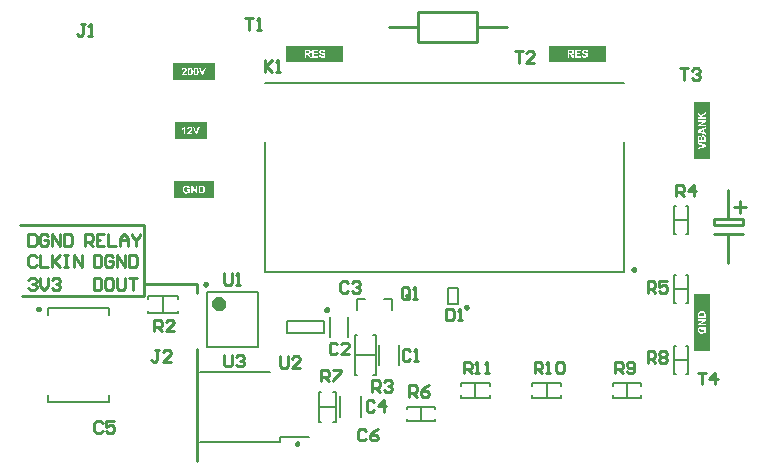
<source format=gto>
%FSTAX23Y23*%
%MOIN*%
%SFA1B1*%

%IPPOS*%
%ADD10C,0.009843*%
%ADD11C,0.010000*%
%ADD12C,0.023622*%
%ADD13C,0.007874*%
%ADD14C,0.005905*%
%ADD15C,0.006693*%
%LNcapbank-1*%
%LPD*%
G36*
X01827Y03122D02*
X01695D01*
Y03177*
X01827*
Y03122*
G37*
G36*
X03482Y03251D02*
X03427D01*
Y03441*
X03482*
Y03251*
G37*
G36*
Y02611D02*
X03427D01*
Y02801*
X03482*
Y02611*
G37*
G36*
X01832Y03515D02*
X01691D01*
Y0357*
X01832*
Y03515*
G37*
G36*
X01805Y03318D02*
X01698D01*
Y03374*
X01805*
Y03318*
G37*
G36*
X03136Y03574D02*
X02946D01*
Y03629*
X03136*
Y03574*
G37*
G36*
X0226D02*
X0207D01*
Y03629*
X0226*
Y03574*
G37*
%LNcapbank-2*%
%LPC*%
G36*
X01737Y03162D02*
X01736D01*
X01735Y03162*
X01734Y03162*
X01733Y03162*
X01733Y03162*
X01732Y03162*
X01732Y03161*
X01732Y03161*
X01731Y03161*
X01731Y03161*
X01731Y03161*
X01731Y03161*
X01731Y03161*
X0173Y03161*
X0173*
X0173Y03161*
X01729Y0316*
X01729Y0316*
X01728Y03159*
X01728Y03159*
X01727Y03159*
X01727Y03158*
X01727Y03158*
X01727Y03158*
X01726Y03157*
X01726Y03157*
X01726Y03157*
X01726Y03156*
X01726Y03156*
X01726Y03156*
X01726Y03156*
X01725Y03156*
X01725Y03155*
X01725Y03154*
X01724Y03153*
X01724Y03152*
X01724Y03152*
X01724Y03151*
X01724Y03151*
X01724Y0315*
Y0315*
X01724Y0315*
Y03149*
X01724Y03148*
X01724Y03147*
X01724Y03145*
X01725Y03145*
X01725Y03144*
X01725Y03144*
X01725Y03144*
X01725Y03143*
X01725Y03143*
X01725Y03143*
X01725Y03143*
X01725Y03143*
Y03142*
X01726Y03141*
X01727Y0314*
X01727Y0314*
X01727Y0314*
X01728Y03139*
X01728Y03139*
X01729Y03139*
X01729Y03138*
X01729Y03138*
X01729Y03138*
X0173Y03138*
X0173Y03138*
X0173Y03138*
X0173Y03138*
X0173Y03137*
X01731Y03137*
X01732Y03137*
X01733Y03137*
X01734Y03136*
X01735Y03136*
X01735Y03136*
X01736Y03136*
X01736*
X01736Y03136*
X01737*
X01738Y03136*
X01739Y03136*
X0174Y03136*
X0174Y03137*
X01741Y03137*
X01741Y03137*
X01742Y03137*
X01742Y03137*
X01742Y03137*
X01743Y03137*
X01743Y03137*
X01743Y03137*
X01743*
X01744Y03138*
X01745Y03138*
X01746Y03139*
X01746Y03139*
X01746Y03139*
X01747Y03139*
X01747Y03139*
X01747Y0314*
X01747Y0314*
X01747Y0314*
X01747Y0314*
X01747Y0314*
X01747*
Y0315*
X01737*
Y03146*
X01742*
Y03143*
X01742Y03142*
X01741Y03142*
X01741Y03142*
X01741Y03141*
X0174Y03141*
X0174Y03141*
X0174Y03141*
X0174Y03141*
X0174*
X01739Y03141*
X01738Y03141*
X01738Y03141*
X01737Y03141*
X01737Y0314*
X01737Y0314*
X01736*
X01736Y0314*
X01735Y03141*
X01735Y03141*
X01734Y03141*
X01734Y03141*
X01733Y03141*
X01733Y03141*
X01733Y03142*
X01732Y03142*
X01732Y03142*
X01732Y03142*
X01731Y03142*
X01731Y03142*
X01731Y03143*
X01731Y03143*
X01731Y03143*
X01731Y03143*
X01731Y03144*
X0173Y03144*
X0173Y03145*
X0173Y03146*
X01729Y03147*
X01729Y03147*
X01729Y03148*
X01729Y03148*
X01729Y03149*
X01729Y03149*
Y03149*
Y03149*
Y03149*
X01729Y0315*
X01729Y03151*
X01729Y03151*
X01729Y03152*
X0173Y03153*
X0173Y03153*
X0173Y03154*
X0173Y03154*
X0173Y03154*
X01731Y03155*
X01731Y03155*
X01731Y03155*
X01731Y03155*
X01731Y03156*
X01731Y03156*
X01731Y03156*
X01731Y03156*
X01732Y03156*
X01732Y03157*
X01733Y03157*
X01733Y03157*
X01734Y03157*
X01735Y03157*
X01735Y03158*
X01735Y03158*
X01736Y03158*
X01736Y03158*
X01736Y03158*
X01736*
X01737Y03158*
X01738Y03158*
X01739Y03157*
X01739Y03157*
X01739Y03157*
X0174Y03157*
X0174Y03157*
X0174Y03157*
X01741Y03156*
X01741Y03156*
X01741Y03155*
X01742Y03155*
X01742Y03154*
X01742Y03154*
X01742Y03154*
X01742Y03154*
X01742Y03154*
Y03154*
X01747Y03155*
X01747Y03155*
X01747Y03156*
X01747Y03157*
X01746Y03157*
X01746Y03157*
X01746Y03158*
X01745Y03158*
X01745Y03159*
X01745Y03159*
X01745Y03159*
X01744Y0316*
X01744Y0316*
X01744Y0316*
X01744Y0316*
X01744Y0316*
X01744Y0316*
X01743Y0316*
X01743Y03161*
X01742Y03161*
X01741Y03161*
X01741Y03161*
X0174Y03162*
X01739Y03162*
X01739Y03162*
X01738Y03162*
X01738Y03162*
X01737Y03162*
X01737Y03162*
G37*
G36*
X01772Y03162D02*
X01768D01*
Y03145*
X01757Y03162*
X01752*
Y03137*
X01757*
Y03153*
X01767Y03137*
X01772*
Y03162*
G37*
G36*
X01788D02*
X01778D01*
Y03137*
X01787*
X01788Y03137*
X01789Y03137*
X0179Y03137*
X0179Y03137*
X01791Y03137*
X01791Y03137*
X01791Y03137*
X01791Y03137*
X01792*
X01792Y03137*
X01792*
X01792Y03137*
X01793Y03138*
X01794Y03138*
X01794Y03138*
X01795Y03139*
X01795Y03139*
X01795Y03139*
X01795Y03139*
X01796Y0314*
X01796Y0314*
X01797Y03141*
X01797Y03142*
X01798Y03143*
X01798Y03143*
X01798Y03143*
X01798Y03143*
X01798Y03143*
X01798Y03143*
Y03144*
X01798Y03144*
X01798Y03145*
X01799Y03146*
X01799Y03147*
X01799Y03147*
X01799Y03148*
Y03148*
X01799Y03148*
Y03149*
X01799Y0315*
X01799Y03151*
X01798Y03152*
X01798Y03152*
X01798Y03153*
X01798Y03153*
X01798Y03154*
X01798Y03154*
X01798Y03154*
X01798Y03154*
X01798Y03155*
X01798Y03155*
X01798Y03155*
Y03155*
X01798Y03156*
X01797Y03156*
X01797Y03157*
X01796Y03158*
X01796Y03158*
X01796Y03159*
X01796Y03159*
X01796Y03159*
X01795Y03159*
X01795Y03159*
X01795Y03159*
X01794Y0316*
X01794Y0316*
X01793Y03161*
X01792Y03161*
X01792Y03161*
X01792Y03161*
X01792Y03161*
X01792Y03161*
X01792Y03161*
X01792*
X01791Y03161*
X01791Y03161*
X0179Y03162*
X01789Y03162*
X01789Y03162*
X01788Y03162*
X01788Y03162*
G37*
%LNcapbank-3*%
%LPD*%
G36*
X01786Y03157D02*
X01787D01*
X01787Y03157*
X01788*
X01788Y03157*
X01788*
X01788Y03157*
X01789Y03157*
X01789Y03157*
X01789Y03157*
X01789*
X0179Y03157*
X0179Y03157*
X0179Y03157*
X01791Y03157*
X01791Y03156*
X01791Y03156*
X01791Y03156*
X01791Y03156*
X01792Y03156*
X01792Y03155*
X01792Y03155*
X01793Y03155*
X01793Y03154*
X01793Y03154*
X01793Y03154*
X01793Y03154*
Y03154*
X01793Y03153*
X01793Y03152*
X01793Y03151*
X01793Y03151*
X01793Y0315*
X01793Y0315*
Y0315*
Y03149*
Y03149*
Y03149*
Y03149*
X01793Y03148*
X01793Y03147*
X01793Y03146*
X01793Y03146*
X01793Y03145*
X01793Y03145*
X01793Y03145*
X01793Y03145*
X01793Y03145*
Y03145*
X01793Y03145*
Y03144*
X01793Y03144*
X01792Y03143*
X01792Y03143*
X01792Y03143*
X01792Y03142*
X01792Y03142*
X01792Y03142*
X01792Y03142*
X01791Y03142*
X01791Y03142*
X01791Y03141*
X0179Y03141*
X0179Y03141*
X0179Y03141*
X0179Y03141*
X0179*
X01789Y03141*
X01789Y03141*
X01788Y03141*
X01788*
X01787Y03141*
X01783*
Y03157*
X01786*
X01786Y03157*
G37*
%LNcapbank-4*%
%LPC*%
G36*
X03467Y03408D02*
X03442D01*
Y03386*
X03467*
Y03395*
Y03391*
X03459*
X03455Y03395*
X03467Y03402*
Y03408*
G37*
G36*
Y0338D02*
X03442D01*
Y0336*
X03467*
Y03365*
X0345*
X03467Y03375*
Y0338*
G37*
G36*
Y03358D02*
X03442D01*
Y03332*
Y03342*
X03467Y03332*
Y03338*
X03461Y0334*
Y0335*
X03467Y03352*
Y03358*
G37*
G36*
Y03331D02*
X03442D01*
Y03309*
X03467*
Y0332*
X03467Y03321*
Y03322*
X03467Y03323*
Y03323*
X03467Y03323*
Y03324*
X03467Y03324*
Y03324*
X03467Y03325*
X03466Y03326*
X03466Y03326*
X03466Y03327*
X03466Y03327*
X03466Y03327*
X03466Y03327*
X03465Y03328*
X03465Y03328*
X03465Y03329*
X03464Y03329*
X03464Y03329*
X03463Y03329*
X03463Y0333*
X03463Y0333*
X03463Y0333*
X03462Y0333*
X03462Y0333*
X03461Y0333*
X03461Y0333*
X0346Y03331*
X0346Y03331*
X03467*
G37*
G36*
Y03307D02*
X03442D01*
Y03301*
X0346Y03295*
X03442Y03289*
Y03283*
X03467Y03292*
Y03298*
X03442Y03307*
X03467*
G37*
%LNcapbank-5*%
%LPD*%
G36*
X03451Y03398D02*
X03442Y03408D01*
Y03408*
X03467*
X03451Y03398*
G37*
G36*
X03453Y03391D02*
X03442D01*
Y03401*
X03453Y03391*
G37*
G36*
X03442Y03365D02*
Y03376D01*
X03459*
X03442Y03365*
G37*
G36*
Y03347D02*
Y03358D01*
X03467*
X03442Y03347*
G37*
G36*
X03457Y03341D02*
X03447Y03345D01*
X03457Y03348*
Y03341*
G37*
G36*
X03459Y03331D02*
X03458Y0333D01*
X03457Y0333*
X03457Y0333*
X03456Y0333*
X03456Y0333*
X03456Y03329*
X03456Y03329*
X03456*
X03455Y03329*
X03455Y03328*
X03454Y03328*
X03454Y03327*
X03454Y03327*
X03454Y03326*
X03453Y03326*
X03453Y03326*
X03453Y03326*
Y03326*
X03453Y03326*
X03453Y03327*
X03452Y03327*
X03452Y03328*
X03452Y03328*
X03451Y03328*
X03451Y03328*
X03451Y03328*
X03451Y03329*
X0345Y03329*
X0345Y03329*
X03449Y03329*
X03449Y03329*
X03448Y03329*
X03448*
X03448*
X03448*
X03448*
X03447Y03329*
X03447Y03329*
X03446Y03329*
X03446Y03329*
X03446Y03329*
X03445Y03329*
X03445Y03329*
X03445Y03329*
X03445Y03328*
X03444Y03328*
X03444Y03328*
X03444Y03327*
X03443Y03327*
X03443Y03327*
X03443Y03327*
X03443Y03327*
X03443Y03326*
X03442Y03326*
X03442Y03325*
X03442Y03325*
X03442Y03325*
X03442Y03324*
X03442Y03324*
Y03324*
X03442Y03324*
X03442Y03323*
X03442Y03323*
X03442Y03322*
X03442Y03321*
X03442Y03321*
Y03331*
X0346*
X03459Y03331*
G37*
G36*
X0346Y03325D02*
X0346Y03325D01*
X03461Y03325*
X03461Y03325*
X03461Y03325*
X03461Y03325*
X03461Y03325*
X03461Y03325*
X03462Y03324*
X03462Y03324*
X03462Y03324*
X03462Y03323*
X03462Y03323*
X03462Y03323*
X03462Y03323*
Y03323*
X03462Y03323*
Y03322*
X03463Y03322*
X03463Y03321*
Y03321*
X03463Y0332*
Y03315*
X03456*
Y0332*
X03456Y0332*
X03456Y03321*
X03456Y03321*
Y03322*
X03456Y03322*
X03456Y03322*
X03456Y03322*
X03456Y03323*
X03456Y03323*
X03456Y03323*
X03456Y03323*
X03456Y03323*
X03456Y03324*
X03457Y03324*
X03457Y03324*
X03457Y03324*
X03457Y03325*
X03457Y03325*
X03457Y03325*
X03457Y03325*
X03458Y03325*
X03458Y03325*
X03458Y03325*
X03459Y03325*
X03459Y03325*
X03459Y03325*
X03459*
X03459*
X0346Y03325*
G37*
G36*
X03449Y03324D02*
X0345Y03324D01*
X0345Y03324*
X0345Y03324*
X0345Y03324*
X03451Y03324*
X03451Y03324*
X03451Y03324*
X03451Y03323*
X03451Y03323*
X03451Y03323*
X03451Y03322*
X03451Y03322*
X03452Y03322*
X03452Y03322*
Y03321*
X03452Y03321*
Y0332*
X03452Y03319*
Y03315*
X03446*
Y0332*
X03446Y0332*
Y03321*
X03446Y03321*
Y03322*
X03446Y03322*
Y03322*
X03446Y03322*
X03446Y03323*
X03446Y03323*
X03446Y03323*
X03447Y03323*
X03447Y03324*
X03447Y03324*
X03447Y03324*
X03447Y03324*
X03447Y03324*
X03448Y03324*
X03448Y03324*
X03448Y03324*
X03448Y03324*
X03449*
X03449*
X03449Y03324*
G37*
%LNcapbank-6*%
%LPC*%
G36*
X03467Y02744D02*
X03454D01*
X03453Y02744*
X03452Y02743*
X03451Y02743*
X03451Y02743*
X03451Y02743*
X0345Y02743*
X0345Y02743*
X03449Y02743*
X03449Y02743*
X03449Y02743*
X03449Y02743*
X03449Y02743*
X03449Y02743*
X03449*
X03448Y02742*
X03447Y02742*
X03446Y02742*
X03446Y02741*
X03445Y02741*
X03445Y02741*
X03445Y0274*
X03445Y0274*
X03444Y0274*
X03444Y0274*
X03444Y0274*
X03443Y02739*
X03443Y02738*
X03443Y02738*
X03442Y02737*
X03442Y02737*
X03442Y02737*
X03442Y02737*
X03442Y02737*
X03442Y02737*
Y02737*
X03442Y02736*
X03442Y02736*
X03442Y02735*
X03442Y02734*
X03442Y02734*
X03442Y02733*
X03442Y02733*
Y02722*
X03467*
Y02732*
X03467Y02733*
X03467Y02734*
X03467Y02735*
X03467Y02735*
X03466Y02736*
X03466Y02736*
X03466Y02736*
X03466Y02736*
Y02736*
X03466Y02736*
Y02737*
X03466Y02737*
X03466Y02738*
X03465Y02739*
X03465Y02739*
X03465Y0274*
X03464Y0274*
X03464Y0274*
X03464Y0274*
X03464Y02741*
X03463Y02741*
X03462Y02742*
X03461Y02742*
X03461Y02742*
X03461Y02743*
X0346Y02743*
X0346Y02743*
X0346Y02743*
X0346Y02743*
X0346*
X03459Y02743*
X03458Y02743*
X03457Y02743*
X03456Y02743*
X03456Y02743*
X03456Y02744*
X03455*
X03455Y02744*
X03467*
G37*
G36*
Y02717D02*
X03442D01*
Y02712*
X03459*
X03442Y02702*
Y02697*
X03467*
Y02717*
G37*
G36*
X03467Y02692D02*
Y02682D01*
X03467Y02683*
X03467Y02684*
X03467Y02685*
X03467Y02685*
X03467Y02686*
X03467Y02686*
X03466Y02687*
X03466Y02687*
X03466Y02687*
X03466Y02687*
X03466Y02688*
X03466Y02688*
Y02688*
X03466Y02689*
X03465Y0269*
X03465Y02691*
X03464Y02691*
X03464Y02691*
X03464Y02691*
X03464Y02692*
X03464Y02692*
X03464Y02692*
X03463Y02692*
X03463Y02692*
X03463Y02692*
Y02692*
X03453*
Y02681*
X03458*
Y02687*
X03461*
X03461Y02687*
X03461Y02686*
X03462Y02686*
X03462Y02685*
X03462Y02685*
X03462Y02685*
X03462Y02685*
X03462Y02684*
Y02684*
X03463Y02684*
X03463Y02683*
X03463Y02683*
X03463Y02682*
X03463Y02682*
X03463Y02682*
Y02681*
X03463Y02681*
X03463Y0268*
X03463Y0268*
X03463Y02679*
X03462Y02679*
X03462Y02678*
X03462Y02678*
X03462Y02677*
X03462Y02677*
X03461Y02677*
X03461Y02677*
X03461Y02676*
X03461Y02676*
X03461Y02676*
X03461Y02676*
X03461Y02676*
X0346Y02676*
X0346Y02675*
X03459Y02675*
X03459Y02675*
X03458Y02675*
X03456Y02674*
X03456Y02674*
X03455Y02674*
X03455Y02674*
X03455Y02674*
X03454Y02674*
X03454*
X03454*
X03454*
X03453Y02674*
X03452Y02674*
X03452Y02674*
X03451Y02674*
X03451Y02675*
X0345Y02675*
X0345Y02675*
X03449Y02675*
X03449Y02675*
X03449Y02675*
X03448Y02676*
X03448Y02676*
X03448Y02676*
X03448Y02676*
X03448Y02676*
X03448Y02676*
X03447Y02676*
X03447Y02677*
X03447Y02677*
X03446Y02678*
X03446Y02678*
X03446Y02679*
X03446Y02679*
X03446Y0268*
X03446Y0268*
X03446Y0268*
X03446Y02681*
X03446Y02681*
Y02681*
X03446Y02682*
X03446Y02683*
X03446Y02683*
X03446Y02684*
X03446Y02684*
X03446Y02685*
X03447Y02685*
X03447Y02685*
X03447Y02685*
X03448Y02686*
X03448Y02686*
X03449Y02687*
X03449Y02687*
X03449Y02687*
X03449Y02687*
X03449Y02687*
X0345Y02687*
X0345*
X03449Y02692*
X03448Y02692*
X03447Y02692*
X03447Y02691*
X03446Y02691*
X03446Y02691*
X03445Y02691*
X03445Y0269*
X03445Y0269*
X03444Y0269*
X03444Y0269*
X03444Y02689*
X03444Y02689*
X03443Y02689*
X03443Y02689*
X03443Y02689*
X03443Y02689*
X03443Y02688*
X03443Y02688*
X03442Y02687*
X03442Y02686*
X03442Y02686*
X03442Y02685*
X03441Y02684*
X03441Y02683*
X03441Y02683*
X03441Y02682*
X03441Y02682*
X03441Y02682*
Y02681*
X03441Y0268*
X03441Y02679*
X03441Y02678*
X03442Y02678*
X03442Y02677*
X03442Y02677*
X03442Y02677*
X03442Y02676*
X03442Y02676*
X03442Y02676*
X03442Y02676*
X03442Y02675*
X03442Y02675*
Y02675*
X03443Y02675*
X03443Y02674*
X03444Y02674*
X03444Y02673*
X03444Y02673*
X03445Y02672*
X03445Y02672*
X03445Y02672*
X03446Y02671*
X03446Y02671*
X03446Y02671*
X03447Y02671*
X03447Y02671*
X03447Y02671*
X03447Y0267*
X03447Y0267*
X03448Y0267*
X03448Y0267*
X0345Y02669*
X03451Y02669*
X03451Y02669*
X03452Y02669*
X03452Y02669*
X03453Y02669*
X03453Y02669*
X03453*
X03454Y02669*
X03441*
X03454*
X03455Y02669*
X03457Y02669*
X03458Y02669*
X03458Y02669*
X03459Y0267*
X03459Y0267*
X0346Y0267*
X0346Y0267*
X0346Y0267*
X03461Y0267*
X03461Y0267*
X03461Y0267*
X03461*
X03462Y02671*
X03463Y02672*
X03463Y02672*
X03464Y02672*
X03464Y02673*
X03464Y02673*
X03465Y02673*
X03465Y02674*
X03465Y02674*
X03465Y02674*
X03465Y02674*
X03466Y02675*
X03466Y02675*
X03466Y02675*
X03466Y02675*
X03466Y02676*
X03467Y02677*
X03467Y02678*
X03467Y02679*
X03467Y0268*
X03467Y0268*
X03467Y02681*
Y02681*
X03467Y02681*
Y02669*
Y02692*
G37*
%LNcapbank-7*%
%LPD*%
G36*
X03455Y02738D02*
X03456Y02738D01*
X03457Y02738*
X03458Y02738*
X03458Y02738*
X03458Y02738*
X03458Y02738*
X03459Y02738*
X03459Y02738*
X03459*
X03459Y02738*
X03459*
X03459Y02738*
X0346Y02737*
X0346Y02737*
X03461Y02737*
X03461Y02737*
X03461Y02737*
X03461Y02737*
X03461Y02736*
X03462Y02736*
X03462Y02736*
X03462Y02735*
X03462Y02735*
X03462Y02735*
X03462Y02735*
X03462Y02734*
Y02734*
X03462Y02734*
X03462Y02734*
X03463Y02733*
Y02733*
X03463Y02732*
Y02728*
X03446*
Y02731*
X03446Y02731*
Y02732*
X03446Y02732*
Y02733*
X03446Y02733*
Y02733*
X03446Y02733*
X03446Y02734*
X03446Y02734*
X03446Y02734*
Y02734*
X03446Y02735*
X03446Y02735*
X03447Y02735*
X03447Y02736*
X03447Y02736*
X03447Y02736*
X03447Y02736*
X03447Y02736*
X03448Y02737*
X03448Y02737*
X03448Y02737*
X03449Y02737*
X03449Y02738*
X03449Y02738*
X0345Y02738*
X0345Y02738*
X0345*
X0345Y02738*
X03451Y02738*
X03452Y02738*
X03453Y02738*
X03453Y02738*
X03453Y02738*
X03454*
X03454*
X03454*
X03454*
X03454*
X03455Y02738*
G37*
G36*
X03467Y02702D02*
X0345D01*
X03467Y02712*
Y02702*
G37*
%LNcapbank-8*%
%LPC*%
G36*
X01802Y03556D02*
X01797D01*
X0179Y03537*
X01784Y03556*
X01778*
X01787Y0353*
X01793*
X01802Y03556*
G37*
G36*
X0173Y03556D02*
X0173D01*
X01729Y03556*
X01728Y03556*
X01727Y03555*
X01727Y03555*
X01726Y03555*
X01726Y03555*
X01726Y03555*
X01725Y03555*
X01725Y03554*
X01725Y03554*
X01724Y03554*
X01724Y03554*
X01724Y03554*
X01724Y03554*
X01724Y03554*
X01724Y03554*
X01723Y03553*
X01723Y03553*
X01723Y03552*
X01722Y03551*
X01722Y0355*
X01722Y0355*
X01722Y0355*
X01721Y03549*
X01721Y03549*
X01721Y03549*
X01721Y03548*
X01721Y03548*
Y03548*
X01726Y03548*
X01726Y03548*
X01726Y03549*
X01726Y0355*
X01727Y0355*
X01727Y0355*
X01727Y03551*
X01727Y03551*
X01727Y03551*
X01727Y03551*
X01728Y03551*
X01728Y03551*
X01729Y03552*
X01729Y03552*
X01729Y03552*
X01729*
X0173Y03552*
X0173Y03552*
X01731Y03551*
X01731Y03551*
X01732Y03551*
X01732Y03551*
X01732Y03551*
X01732Y03551*
X01732Y0355*
X01732Y0355*
X01733Y0355*
X01733Y03549*
X01733Y03549*
X01733Y03549*
Y03548*
Y03548*
Y03548*
X01733Y03548*
X01733Y03547*
X01732Y03547*
X01732Y03546*
X01732Y03546*
X01732Y03546*
X01732Y03545*
X01732Y03545*
Y03545*
X01732Y03545*
X01731Y03545*
X01731Y03545*
X01731Y03544*
X0173Y03544*
X01729Y03543*
X01729Y03542*
X01729Y03542*
X01728Y03542*
X01728Y03542*
X01728Y03541*
X01728Y03541*
X01728Y03541*
X01727Y03541*
X01726Y0354*
X01726Y03539*
X01725Y03539*
X01725Y03538*
X01724Y03538*
X01724Y03537*
X01724Y03537*
X01723Y03536*
X01723Y03536*
X01723Y03536*
X01723Y03536*
X01722Y03535*
X01722Y03535*
X01722Y03535*
X01722Y03535*
X01722Y03534*
X01721Y03533*
X01721Y03533*
X01721Y03532*
X01721Y03531*
X01721Y03531*
X01721Y03531*
X01721Y03531*
X01721Y03531*
Y0353*
X01738*
Y03535*
X01728*
X01728Y03535*
X01729Y03536*
X01729Y03536*
X01729Y03536*
X01729Y03536*
X01729Y03536*
X01729Y03536*
X01729Y03537*
X0173Y03537*
X0173Y03537*
X01731Y03538*
X01731Y03538*
X01732Y03539*
X01732Y03539*
X01732Y03539*
X01732Y03539*
X01732Y03539*
X01733Y0354*
X01733Y0354*
X01734Y03541*
X01734Y03541*
X01735Y03542*
X01735Y03542*
X01735Y03542*
X01735Y03542*
X01736Y03543*
X01736Y03543*
X01736Y03544*
X01737Y03544*
X01737Y03545*
X01737Y03545*
X01737Y03545*
X01737Y03545*
X01737Y03546*
X01737Y03547*
X01737Y03547*
X01738Y03548*
X01738Y03548*
X01738Y03548*
Y03549*
X01738Y03549*
X01738Y0355*
X01737Y0355*
X01737Y03551*
X01737Y03552*
X01737Y03552*
X01736Y03553*
X01736Y03553*
X01736Y03553*
X01736Y03553*
X01736Y03553*
X01736Y03554*
X01736Y03554*
X01735Y03554*
X01735Y03554*
X01735Y03554*
X01734Y03555*
X01734Y03555*
X01733Y03555*
X01733Y03555*
X01732Y03555*
X01731Y03555*
X01731Y03556*
X01731Y03556*
X0173Y03556*
X0173Y03556*
G37*
G36*
X01769D02*
X01769D01*
X01768Y03556*
X01767Y03556*
X01767Y03555*
X01766Y03555*
X01766Y03555*
X01765Y03555*
X01765Y03555*
X01764Y03554*
X01764Y03554*
X01764Y03554*
X01763Y03554*
X01763Y03553*
X01763Y03553*
X01763Y03553*
X01763Y03553*
X01763Y03553*
X01762Y03552*
X01762Y03552*
X01762Y03551*
X01761Y0355*
X01761Y03549*
X01761Y03548*
X01761Y03548*
X01761Y03547*
X01761Y03546*
X01761Y03545*
X0176Y03545*
X0176Y03544*
X0176Y03543*
Y03543*
X0176Y03542*
X01761Y0354*
X01761Y03539*
X01761Y03538*
X01761Y03537*
X01761Y03536*
X01761Y03536*
X01762Y03535*
X01762Y03535*
X01762Y03534*
X01762Y03534*
X01762Y03533*
X01762Y03533*
X01763Y03533*
X01763Y03533*
X01763Y03533*
X01763Y03532*
X01764Y03532*
X01764Y03531*
X01765Y03531*
X01765Y03531*
X01766Y03531*
X01766Y0353*
X01766Y0353*
X01767Y0353*
X01767Y0353*
X01768Y0353*
X01768Y0353*
X01768*
X01768Y0353*
X01769*
X01769Y0353*
X0177Y0353*
X0177Y0353*
X01771Y0353*
X01772Y03531*
X01772Y03531*
X01772Y03531*
X01773Y03531*
X01773Y03531*
X01773Y03532*
X01774Y03532*
X01774Y03532*
X01774Y03532*
X01774Y03532*
X01774Y03532*
X01774Y03533*
X01775Y03533*
X01775Y03534*
X01775Y03535*
X01776Y03535*
X01776Y03536*
X01776Y03537*
X01776Y03538*
X01776Y03539*
X01777Y0354*
X01777Y0354*
X01777Y03541*
X01777Y03542*
X01777Y03542*
Y03543*
X01777Y03544*
X01777Y03545*
X01777Y03546*
X01776Y03547*
X01776Y03548*
X01776Y03549*
X01776Y0355*
X01776Y03551*
X01775Y03551*
X01775Y03552*
X01775Y03552*
X01775Y03552*
X01775Y03553*
X01774Y03553*
X01774Y03553*
X01774Y03553*
X01774Y03553*
X01773Y03554*
X01773Y03554*
X01773Y03555*
X01772Y03555*
X01772Y03555*
X01771Y03555*
X01771Y03555*
X0177Y03555*
X0177Y03556*
X01769Y03556*
X01769Y03556*
X01769Y03556*
G37*
G36*
X01749D02*
X01749D01*
X01748Y03556*
X01748Y03556*
X01747Y03555*
X01747Y03555*
X01746Y03555*
X01746Y03555*
X01745Y03555*
X01745Y03554*
X01744Y03554*
X01744Y03554*
X01744Y03554*
X01744Y03553*
X01744Y03553*
X01743Y03553*
X01743Y03553*
X01743Y03553*
X01743Y03552*
X01742Y03552*
X01742Y03551*
X01742Y0355*
X01742Y03549*
X01741Y03548*
X01741Y03548*
X01741Y03547*
X01741Y03546*
X01741Y03545*
X01741Y03545*
X01741Y03544*
X01741Y03543*
Y03543*
X01741Y03542*
X01741Y0354*
X01741Y03539*
X01741Y03538*
X01741Y03537*
X01742Y03536*
X01742Y03536*
X01742Y03535*
X01742Y03535*
X01742Y03534*
X01743Y03534*
X01743Y03533*
X01743Y03533*
X01743Y03533*
X01743Y03533*
X01743Y03533*
X01744Y03532*
X01744Y03532*
X01744Y03531*
X01745Y03531*
X01745Y03531*
X01746Y03531*
X01746Y0353*
X01747Y0353*
X01747Y0353*
X01748Y0353*
X01748Y0353*
X01748Y0353*
X01749*
X01749Y0353*
X01749*
X0175Y0353*
X0175Y0353*
X01751Y0353*
X01751Y0353*
X01752Y03531*
X01752Y03531*
X01753Y03531*
X01753Y03531*
X01754Y03531*
X01754Y03532*
X01754Y03532*
X01754Y03532*
X01755Y03532*
X01755Y03532*
X01755Y03532*
X01755Y03533*
X01755Y03533*
X01756Y03534*
X01756Y03535*
X01756Y03535*
X01756Y03536*
X01757Y03537*
X01757Y03538*
X01757Y03539*
X01757Y0354*
X01757Y0354*
X01757Y03541*
X01757Y03542*
X01757Y03542*
Y03543*
X01757Y03544*
X01757Y03545*
X01757Y03546*
X01757Y03547*
X01757Y03548*
X01756Y03549*
X01756Y0355*
X01756Y03551*
X01756Y03551*
X01756Y03552*
X01755Y03552*
X01755Y03552*
X01755Y03553*
X01755Y03553*
X01755Y03553*
X01755Y03553*
X01754Y03553*
X01754Y03554*
X01753Y03554*
X01753Y03555*
X01753Y03555*
X01752Y03555*
X01752Y03555*
X01751Y03555*
X01751Y03555*
X0175Y03556*
X0175Y03556*
X0175Y03556*
X01749Y03556*
G37*
%LNcapbank-9*%
%LPD*%
G36*
X01769Y03552D02*
X01769Y03552D01*
X01769Y03551*
X0177Y03551*
X0177Y03551*
X0177Y03551*
X0177Y03551*
X0177Y03551*
X0177Y03551*
X01771Y03551*
X01771Y0355*
X01771Y0355*
X01771Y03549*
X01771Y03549*
X01771Y03549*
X01771Y03549*
Y03549*
X01771Y03549*
X01771Y03548*
X01771Y03548*
X01771Y03547*
X01772Y03546*
X01772Y03545*
X01772Y03545*
Y03544*
X01772Y03544*
Y03543*
Y03543*
Y03543*
Y03543*
Y03543*
Y03542*
X01772Y03541*
Y03541*
X01772Y0354*
X01772Y03539*
X01771Y03539*
X01771Y03538*
X01771Y03538*
X01771Y03538*
X01771Y03537*
X01771Y03537*
X01771Y03537*
X01771Y03537*
Y03537*
X01771Y03537*
Y03536*
X01771Y03536*
X01771Y03536*
X01771Y03535*
X0177Y03535*
X0177Y03535*
X0177Y03535*
X0177Y03535*
X0177Y03534*
X0177Y03534*
X0177Y03534*
X01769Y03534*
X01769Y03534*
X01769Y03534*
X01769Y03534*
X01769*
X01768Y03534*
X01768Y03534*
X01768Y03534*
X01767Y03534*
X01767Y03534*
X01767Y03534*
X01767Y03534*
X01767Y03534*
X01767Y03535*
X01767Y03535*
X01766Y03535*
X01766Y03536*
X01766Y03536*
X01766Y03536*
X01766Y03537*
X01766Y03537*
Y03537*
X01766Y03537*
X01766Y03537*
X01766Y03538*
X01766Y03538*
X01766Y03539*
X01766Y0354*
X01766Y03541*
Y03541*
X01765Y03542*
Y03542*
Y03542*
Y03543*
Y03543*
Y03543*
Y03544*
X01766Y03544*
Y03545*
X01766Y03546*
X01766Y03546*
X01766Y03547*
X01766Y03547*
X01766Y03548*
X01766Y03548*
X01766Y03548*
X01766Y03549*
X01766Y03549*
X01766Y03549*
Y03549*
X01766Y03549*
Y03549*
X01766Y0355*
X01766Y0355*
X01766Y0355*
X01767Y03551*
X01767Y03551*
X01767Y03551*
X01767Y03551*
X01767Y03551*
X01767Y03551*
X01768Y03551*
X01768Y03552*
X01768Y03552*
X01768Y03552*
X01768Y03552*
X01769*
X01769Y03552*
G37*
G36*
X01749D02*
X0175Y03552D01*
X0175Y03551*
X0175Y03551*
X0175Y03551*
X0175Y03551*
X01751Y03551*
X01751Y03551*
X01751Y03551*
X01751Y03551*
X01751Y0355*
X01751Y0355*
X01751Y03549*
X01752Y03549*
X01752Y03549*
X01752Y03549*
Y03549*
X01752Y03549*
X01752Y03548*
X01752Y03548*
X01752Y03547*
X01752Y03546*
X01752Y03545*
X01752Y03545*
Y03544*
X01752Y03544*
Y03543*
Y03543*
Y03543*
Y03543*
Y03543*
Y03542*
X01752Y03541*
Y03541*
X01752Y0354*
X01752Y03539*
X01752Y03539*
X01752Y03538*
X01752Y03538*
X01752Y03538*
X01752Y03537*
X01752Y03537*
X01752Y03537*
X01752Y03537*
Y03537*
X01752Y03537*
Y03536*
X01751Y03536*
X01751Y03536*
X01751Y03535*
X01751Y03535*
X01751Y03535*
X01751Y03535*
X01751Y03535*
X01751Y03534*
X0175Y03534*
X0175Y03534*
X0175Y03534*
X0175Y03534*
X01749Y03534*
X01749Y03534*
X01749*
X01749Y03534*
X01748Y03534*
X01748Y03534*
X01748Y03534*
X01748Y03534*
X01748Y03534*
X01748Y03534*
X01747Y03534*
X01747Y03535*
X01747Y03535*
X01747Y03535*
X01747Y03536*
X01747Y03536*
X01746Y03536*
X01746Y03537*
X01746Y03537*
Y03537*
X01746Y03537*
X01746Y03537*
X01746Y03538*
X01746Y03538*
X01746Y03539*
X01746Y0354*
X01746Y03541*
Y03541*
X01746Y03542*
Y03542*
Y03542*
Y03543*
Y03543*
Y03543*
Y03544*
X01746Y03544*
Y03545*
X01746Y03546*
X01746Y03546*
X01746Y03547*
X01746Y03547*
X01746Y03548*
X01746Y03548*
X01746Y03548*
X01746Y03549*
X01746Y03549*
X01746Y03549*
Y03549*
X01746Y03549*
Y03549*
X01747Y0355*
X01747Y0355*
X01747Y0355*
X01747Y03551*
X01747Y03551*
X01747Y03551*
X01747Y03551*
X01747Y03551*
X01748Y03551*
X01748Y03551*
X01748Y03552*
X01749Y03552*
X01749Y03552*
X01749Y03552*
X01749*
X01749Y03552*
G37*
%LNcapbank-10*%
%LPC*%
G36*
X01781Y03359D02*
X01776D01*
X0177Y0334*
X01763Y03359*
X01758*
X01767Y03333*
X01772*
X01781Y03359*
G37*
G36*
X01749Y03359D02*
X01748D01*
X01748Y03359*
X01747Y03359*
X01746Y03358*
X01745Y03358*
X01745Y03358*
X01744Y03358*
X01744Y03358*
X01744Y03358*
X01743Y03357*
X01743Y03357*
X01743Y03357*
X01743Y03357*
X01743Y03357*
X01743Y03357*
X01742Y03357*
X01742Y03356*
X01742Y03356*
X01741Y03356*
X01741Y03355*
X01741Y03354*
X0174Y03353*
X0174Y03353*
X0174Y03352*
X0174Y03352*
X0174Y03352*
X0174Y03352*
X0174Y03351*
X0174Y03351*
Y03351*
X01745Y03351*
X01745Y03351*
X01745Y03352*
X01745Y03353*
X01745Y03353*
X01745Y03353*
X01745Y03354*
X01746Y03354*
X01746Y03354*
X01746Y03354*
X01746Y03354*
X01747Y03354*
X01747Y03354*
X01747Y03355*
X01748Y03355*
X01748*
X01749Y03355*
X01749Y03354*
X01749Y03354*
X0175Y03354*
X0175Y03354*
X0175Y03354*
X0175Y03354*
X0175Y03354*
X01751Y03353*
X01751Y03353*
X01751Y03353*
X01751Y03352*
X01751Y03352*
X01751Y03352*
Y03351*
Y03351*
Y03351*
X01751Y03351*
X01751Y0335*
X01751Y0335*
X01751Y03349*
X01751Y03349*
X0175Y03349*
X0175Y03348*
X0175Y03348*
Y03348*
X0175Y03348*
X0175Y03348*
X0175Y03348*
X01749Y03347*
X01749Y03346*
X01748Y03346*
X01747Y03345*
X01747Y03345*
X01747Y03345*
X01747Y03344*
X01746Y03344*
X01746Y03344*
X01746Y03344*
X01746Y03343*
X01745Y03343*
X01744Y03342*
X01744Y03342*
X01743Y03341*
X01743Y03341*
X01742Y0334*
X01742Y0334*
X01742Y03339*
X01742Y03339*
X01741Y03339*
X01741Y03339*
X01741Y03338*
X01741Y03338*
X01741Y03338*
X01741Y03338*
X0174Y03337*
X0174Y03336*
X0174Y03336*
X0174Y03335*
X01739Y03334*
X01739Y03334*
X01739Y03334*
X01739Y03334*
X01739Y03333*
Y03333*
X01756*
Y03338*
X01747*
X01747Y03338*
X01747Y03339*
X01747Y03339*
X01747Y03339*
X01747Y03339*
X01748Y03339*
X01748Y03339*
X01748Y03339*
X01748Y0334*
X01749Y0334*
X01749Y03341*
X0175Y03341*
X0175Y03342*
X0175Y03342*
X0175Y03342*
X0175Y03342*
X0175Y03342*
X01751Y03343*
X01752Y03343*
X01752Y03344*
X01753Y03344*
X01753Y03345*
X01753Y03345*
X01754Y03345*
X01754Y03345*
X01754Y03346*
X01754Y03346*
X01755Y03347*
X01755Y03347*
X01755Y03348*
X01755Y03348*
X01755Y03348*
X01756Y03348*
X01756Y03349*
X01756Y0335*
X01756Y0335*
X01756Y03351*
X01756Y03351*
X01756Y03351*
Y03352*
X01756Y03352*
X01756Y03353*
X01756Y03353*
X01756Y03354*
X01755Y03354*
X01755Y03355*
X01755Y03356*
X01755Y03356*
X01755Y03356*
X01754Y03356*
X01754Y03356*
X01754Y03356*
X01754Y03357*
X01754Y03357*
X01754Y03357*
X01753Y03357*
X01753Y03358*
X01752Y03358*
X01752Y03358*
X01751Y03358*
X0175Y03358*
X0175Y03358*
X01749Y03358*
X01749Y03359*
X01749Y03359*
X01749Y03359*
G37*
G36*
X01733D02*
X01729D01*
X01728Y03358*
X01728Y03357*
X01727Y03356*
X01727Y03356*
X01726Y03355*
X01726Y03355*
X01726Y03355*
X01726Y03355*
X01726Y03355*
X01726Y03355*
X01725Y03354*
X01724Y03353*
X01723Y03353*
X01723Y03353*
X01722Y03352*
X01722Y03352*
X01722Y03352*
X01722Y03352*
X01722Y03352*
X01722*
Y03348*
X01723Y03348*
X01724Y03349*
X01725Y03349*
X01725Y03349*
X01726Y0335*
X01726Y0335*
X01726Y0335*
X01727Y03351*
X01727Y03351*
X01727Y03351*
X01728Y03351*
X01728Y03351*
X01728Y03351*
X01728Y03351*
Y03333*
X01733*
Y03359*
G37*
G36*
X03075Y03615D02*
D01*
Y03597*
X03075Y03597*
X03075Y03598*
X03075Y03599*
X03074Y036*
X03074Y036*
X03074Y036*
X03074Y036*
X03074Y03601*
X03074Y03601*
Y03601*
X03073Y03601*
X03073Y03602*
X03072Y03602*
X03072Y03602*
X03072Y03603*
X03071Y03603*
X03071Y03603*
X03071Y03603*
X03071*
X03071Y03603*
X0307Y03603*
X03069Y03604*
X03069Y03604*
X03068Y03604*
X03067Y03605*
X03067Y03605*
X03066Y03605*
X03066Y03605*
X03066Y03605*
X03066Y03605*
X03066Y03605*
X03066*
X03065Y03605*
X03064Y03605*
X03064Y03605*
X03063Y03606*
X03063Y03606*
X03062Y03606*
X03062Y03606*
X03062Y03606*
X03062Y03606*
X03061Y03606*
X03061Y03606*
X03061Y03606*
X03061Y03607*
X03061Y03607*
X03061Y03607*
X0306Y03607*
X0306Y03607*
X0306Y03608*
X0306Y03608*
X0306Y03608*
Y03608*
Y03608*
X0306Y03609*
X0306Y03609*
X0306Y03609*
X03061Y03609*
X03061Y0361*
X03061Y0361*
X03061Y0361*
X03061Y0361*
X03061Y0361*
X03062Y0361*
X03063Y0361*
X03063Y03611*
X03064Y03611*
X03064Y03611*
X03064*
X03065Y03611*
X03066Y03611*
X03066Y0361*
X03067Y0361*
X03067Y0361*
X03067Y0361*
X03068Y0361*
X03068Y0361*
X03068Y03609*
X03068Y03609*
X03069Y03609*
X03069Y03608*
X03069Y03608*
X03069Y03607*
X03069Y03607*
X03069Y03607*
Y03607*
Y03607*
X03074Y03607*
X03074Y03608*
X03074Y03608*
X03074Y03609*
X03074Y0361*
X03073Y0361*
X03073Y0361*
X03073Y03611*
X03073Y03611*
X03073Y03612*
X03072Y03612*
X03072Y03612*
X03072Y03612*
X03072Y03613*
X03072Y03613*
X03072Y03613*
X03072Y03613*
X03071Y03613*
X03071Y03613*
X0307Y03614*
X03069Y03614*
X03069Y03614*
X03068Y03614*
X03067Y03615*
X03067Y03615*
X03066Y03615*
X03066Y03615*
X03065Y03615*
X03065Y03615*
X03075*
X03054*
X03064*
X03063Y03615*
X03062Y03615*
X03062Y03615*
X03061Y03614*
X03061Y03614*
X0306Y03614*
X0306Y03614*
X0306Y03614*
X0306Y03614*
X0306Y03614*
X0306Y03614*
X03059*
X03059Y03614*
X03058Y03613*
X03058Y03613*
X03057Y03612*
X03057Y03612*
X03057Y03612*
X03056Y03612*
X03056Y03611*
Y03611*
X03056Y03611*
X03056Y0361*
X03056Y0361*
X03055Y03609*
X03055Y03609*
X03055Y03608*
X03055Y03608*
Y03608*
Y03608*
Y03608*
X03055Y03607*
X03055Y03607*
X03056Y03606*
X03056Y03606*
X03056Y03605*
X03056Y03604*
X03057Y03604*
X03057Y03604*
X03057Y03603*
X03057Y03603*
X03057Y03603*
X03057Y03603*
X03058Y03603*
X03058Y03603*
X03058Y03602*
X03058Y03602*
X03059Y03602*
X03059Y03602*
X0306Y03601*
X03061Y03601*
X03062Y03601*
X03062Y03601*
X03062Y03601*
X03063Y036*
X03063Y036*
X03063Y036*
X03063Y036*
X03063*
X03064Y036*
X03064Y036*
X03065Y036*
X03065Y036*
X03066Y036*
X03066Y036*
X03066Y03599*
X03067Y03599*
X03067Y03599*
X03067Y03599*
X03067Y03599*
X03067Y03599*
X03067*
X03068Y03599*
X03068Y03599*
X03069Y03599*
X03069Y03598*
X03069Y03598*
X03069Y03598*
X03069Y03598*
X03069Y03598*
X03069Y03598*
X0307Y03598*
X0307Y03597*
X0307Y03597*
X0307Y03597*
X0307Y03597*
Y03597*
Y03597*
X0307Y03596*
X0307Y03596*
X03069Y03595*
X03069Y03595*
X03069Y03595*
X03069Y03594*
X03069Y03594*
X03068Y03594*
X03068Y03594*
X03067Y03594*
X03067Y03593*
X03066Y03593*
X03066Y03593*
X03065Y03593*
X03065Y03593*
X03065*
X03064Y03593*
X03063Y03593*
X03063Y03593*
X03062Y03594*
X03062Y03594*
X03061Y03594*
X03061Y03594*
X03061Y03594*
X03061Y03595*
X0306Y03595*
X0306Y03596*
X0306Y03597*
X0306Y03597*
X03059Y03597*
X03059Y03598*
X03059Y03598*
Y03598*
X03059Y03598*
Y03598*
X03054Y03597*
X03054Y03597*
X03055Y03596*
X03055Y03595*
X03055Y03595*
X03055Y03594*
X03056Y03594*
X03056Y03593*
X03056Y03593*
X03056Y03592*
X03057Y03592*
X03057Y03592*
X03057Y03591*
X03057Y03591*
X03057Y03591*
X03057Y03591*
X03057Y03591*
X03058Y03591*
X03058Y0359*
X03059Y0359*
X0306Y0359*
X0306Y0359*
X03061Y03589*
X03062Y03589*
X03063Y03589*
X03063Y03589*
X03064Y03589*
X03064Y03589*
X03064Y03589*
X03065*
X03066Y03589*
X03067Y03589*
X03067Y03589*
X03068Y03589*
X03068Y03589*
X03069Y03589*
X03069Y03589*
X03069Y03589*
X0307Y0359*
X0307Y0359*
X0307Y0359*
X0307Y0359*
X0307Y0359*
X0307*
X03071Y0359*
X03072Y03591*
X03072Y03591*
X03073Y03591*
X03073Y03592*
X03073Y03592*
X03073Y03592*
X03074Y03592*
X03074Y03592*
Y03593*
X03074Y03593*
X03074Y03594*
X03075Y03595*
X03075Y03595*
X03075Y03596*
X03075Y03596*
Y03596*
X03075Y03596*
Y03589*
Y03615*
G37*
G36*
X03051Y03615D02*
D01*
Y03594*
X03037*
Y036*
X0305*
Y03605*
X03037*
Y0361*
X03051*
Y03615*
X03051*
X03032*
Y03589*
X03051*
Y03615*
G37*
G36*
X03029D02*
D01*
Y03589*
X03026Y03594*
X03026Y03595*
X03026Y03595*
X03025Y03596*
X03025Y03596*
X03025Y03596*
X03025Y03597*
X03024Y03597*
X03024Y03597*
X03024Y03598*
X03024Y03598*
X03024Y03598*
X03023Y03598*
X03023Y03599*
X03023Y03599*
X03022Y03599*
X03022Y036*
X03021Y036*
X03021Y036*
X03021Y036*
X03021Y036*
X03021*
X03021Y03601*
X03022Y03601*
X03023Y03601*
X03023Y03601*
X03023Y03601*
X03024Y03601*
X03024Y03602*
X03025Y03602*
X03025Y03602*
X03025Y03602*
X03025Y03602*
X03025Y03602*
X03026Y03603*
X03026Y03603*
X03026Y03603*
X03026Y03603*
X03026Y03603*
X03026Y03603*
X03027Y03604*
X03027Y03605*
X03027Y03606*
X03027Y03606*
X03027Y03607*
Y03607*
X03027Y03607*
Y03607*
Y03607*
Y03607*
X03027Y03608*
X03027Y03609*
X03027Y0361*
X03027Y0361*
X03027Y03611*
X03027Y03611*
X03026Y03611*
X03026Y03611*
X03026Y03611*
Y03611*
X03026Y03612*
X03025Y03612*
X03025Y03613*
X03024Y03613*
X03024Y03613*
X03024Y03614*
X03024Y03614*
X03023Y03614*
X03023Y03614*
X03023*
X03023Y03614*
X03023Y03614*
X03022Y03614*
X03021Y03614*
X0302Y03614*
X03019*
X03019Y03614*
X03019*
X03018Y03615*
X03007*
Y03589*
X03029*
Y03615*
G37*
%LNcapbank-11*%
%LPD*%
G36*
X03018Y0361D02*
X03019D01*
X03019Y0361*
X03019*
X0302Y0361*
X0302*
X0302Y0361*
X0302Y0361*
X03021Y0361*
X03021Y0361*
X03021Y03609*
X03021Y03609*
X03021Y03609*
X03022Y03609*
X03022Y03609*
X03022Y03608*
X03022Y03608*
X03022Y03608*
X03022Y03608*
X03022Y03607*
Y03607*
Y03607*
X03022Y03607*
X03022Y03606*
X03022Y03606*
X03022Y03606*
X03022Y03606*
X03022Y03605*
X03022Y03605*
X03022Y03605*
X03021Y03605*
X03021Y03605*
X03021Y03605*
X03021Y03604*
X03021Y03604*
X0302Y03604*
X0302Y03604*
X0302*
X0302Y03604*
X0302Y03604*
X03019Y03604*
X03019Y03604*
X03018Y03604*
X03018Y03604*
X03017Y03604*
X03012*
Y0361*
X03018*
X03018Y0361*
G37*
G36*
X03014Y036D02*
X03015Y036D01*
X03015Y036*
X03015Y036*
X03015Y036*
X03015Y036*
X03016*
X03016Y03599*
X03016Y03599*
X03016Y03599*
X03017Y03599*
X03017Y03599*
X03017Y03599*
X03017Y03598*
X03017Y03598*
X03017Y03598*
X03017Y03598*
X03018Y03598*
X03018Y03598*
X03018Y03597*
X03019Y03596*
X03019Y03596*
X03019Y03595*
X03019Y03595*
X0302Y03595*
X0302Y03595*
X0302Y03595*
X0302Y03595*
X03023Y03589*
X03012*
Y036*
X03014*
X03014Y036*
G37*
%LNcapbank-12*%
%LPC*%
G36*
X02199Y03615D02*
D01*
Y03597*
X02199Y03597*
X02199Y03598*
X02199Y03599*
X02198Y036*
X02198Y036*
X02198Y036*
X02198Y036*
X02198Y03601*
X02198Y03601*
Y03601*
X02197Y03601*
X02197Y03602*
X02196Y03602*
X02196Y03602*
X02196Y03603*
X02195Y03603*
X02195Y03603*
X02195Y03603*
X02195*
X02195Y03603*
X02194Y03603*
X02193Y03604*
X02193Y03604*
X02192Y03604*
X02191Y03605*
X02191Y03605*
X0219Y03605*
X0219Y03605*
X0219Y03605*
X0219Y03605*
X0219Y03605*
X0219*
X02189Y03605*
X02188Y03605*
X02188Y03605*
X02187Y03606*
X02187Y03606*
X02186Y03606*
X02186Y03606*
X02186Y03606*
X02186Y03606*
X02185Y03606*
X02185Y03606*
X02185Y03606*
X02185Y03607*
X02185Y03607*
X02185Y03607*
X02184Y03607*
X02184Y03607*
X02184Y03608*
X02184Y03608*
X02184Y03608*
Y03608*
Y03608*
X02184Y03609*
X02184Y03609*
X02184Y03609*
X02185Y03609*
X02185Y0361*
X02185Y0361*
X02185Y0361*
X02185Y0361*
X02185Y0361*
X02186Y0361*
X02187Y0361*
X02187Y03611*
X02188Y03611*
X02188Y03611*
X02188*
X02189Y03611*
X0219Y03611*
X0219Y0361*
X02191Y0361*
X02191Y0361*
X02191Y0361*
X02192Y0361*
X02192Y0361*
X02192Y03609*
X02192Y03609*
X02193Y03609*
X02193Y03608*
X02193Y03608*
X02193Y03607*
X02193Y03607*
X02193Y03607*
Y03607*
Y03607*
X02198Y03607*
X02198Y03608*
X02198Y03608*
X02198Y03609*
X02198Y0361*
X02197Y0361*
X02197Y0361*
X02197Y03611*
X02197Y03611*
X02197Y03612*
X02196Y03612*
X02196Y03612*
X02196Y03612*
X02196Y03613*
X02196Y03613*
X02196Y03613*
X02196Y03613*
X02195Y03613*
X02195Y03613*
X02194Y03614*
X02193Y03614*
X02193Y03614*
X02192Y03614*
X02191Y03615*
X02191Y03615*
X0219Y03615*
X0219Y03615*
X02189Y03615*
X02189Y03615*
X02199*
X02178*
X02188*
X02187Y03615*
X02186Y03615*
X02186Y03615*
X02185Y03614*
X02185Y03614*
X02184Y03614*
X02184Y03614*
X02184Y03614*
X02184Y03614*
X02184Y03614*
X02184Y03614*
X02184*
X02183Y03614*
X02182Y03613*
X02182Y03613*
X02181Y03612*
X02181Y03612*
X02181Y03612*
X0218Y03612*
X0218Y03611*
Y03611*
X0218Y03611*
X0218Y0361*
X0218Y0361*
X02179Y03609*
X02179Y03609*
X02179Y03608*
X02179Y03608*
Y03608*
Y03608*
Y03608*
X02179Y03607*
X02179Y03607*
X0218Y03606*
X0218Y03606*
X0218Y03605*
X0218Y03604*
X02181Y03604*
X02181Y03604*
X02181Y03603*
X02181Y03603*
X02181Y03603*
X02182Y03603*
X02182Y03603*
X02182Y03603*
X02182Y03602*
X02182Y03602*
X02183Y03602*
X02183Y03602*
X02184Y03601*
X02185Y03601*
X02186Y03601*
X02186Y03601*
X02186Y03601*
X02187Y036*
X02187Y036*
X02187Y036*
X02187Y036*
X02187*
X02188Y036*
X02188Y036*
X02189Y036*
X02189Y036*
X0219Y036*
X0219Y036*
X0219Y03599*
X02191Y03599*
X02191Y03599*
X02191Y03599*
X02191Y03599*
X02191Y03599*
X02191*
X02192Y03599*
X02192Y03599*
X02193Y03599*
X02193Y03598*
X02193Y03598*
X02193Y03598*
X02193Y03598*
X02193Y03598*
X02193Y03598*
X02194Y03598*
X02194Y03597*
X02194Y03597*
X02194Y03597*
X02194Y03597*
Y03597*
Y03597*
X02194Y03596*
X02194Y03596*
X02193Y03595*
X02193Y03595*
X02193Y03595*
X02193Y03594*
X02193Y03594*
X02192Y03594*
X02192Y03594*
X02191Y03594*
X02191Y03593*
X0219Y03593*
X0219Y03593*
X02189Y03593*
X02189Y03593*
X02189*
X02188Y03593*
X02187Y03593*
X02187Y03593*
X02186Y03594*
X02186Y03594*
X02185Y03594*
X02185Y03594*
X02185Y03594*
X02185Y03595*
X02184Y03595*
X02184Y03596*
X02184Y03597*
X02184Y03597*
X02183Y03597*
X02183Y03598*
X02183Y03598*
Y03598*
X02183Y03598*
Y03598*
X02178Y03597*
X02178Y03597*
X02179Y03596*
X02179Y03595*
X02179Y03595*
X02179Y03594*
X0218Y03594*
X0218Y03593*
X0218Y03593*
X0218Y03592*
X02181Y03592*
X02181Y03592*
X02181Y03591*
X02181Y03591*
X02181Y03591*
X02181Y03591*
X02181Y03591*
X02182Y03591*
X02182Y0359*
X02183Y0359*
X02184Y0359*
X02184Y0359*
X02185Y03589*
X02186Y03589*
X02187Y03589*
X02187Y03589*
X02188Y03589*
X02188Y03589*
X02188Y03589*
X02189*
X0219Y03589*
X02191Y03589*
X02191Y03589*
X02192Y03589*
X02192Y03589*
X02193Y03589*
X02193Y03589*
X02193Y03589*
X02194Y0359*
X02194Y0359*
X02194Y0359*
X02194Y0359*
X02194Y0359*
X02194*
X02195Y0359*
X02196Y03591*
X02196Y03591*
X02197Y03591*
X02197Y03592*
X02197Y03592*
X02197Y03592*
X02198Y03592*
X02198Y03592*
Y03593*
X02198Y03593*
X02198Y03594*
X02199Y03595*
X02199Y03595*
X02199Y03596*
X02199Y03596*
Y03596*
X02199Y03596*
Y03589*
Y03615*
G37*
G36*
X02175Y03615D02*
D01*
Y03594*
X02161*
Y036*
X02174*
Y03605*
X02161*
Y0361*
X02175*
Y03615*
X02175*
X02156*
Y03589*
X02175*
Y03615*
G37*
G36*
X02154D02*
X02131D01*
Y03589*
X02136*
Y036*
X02138*
X02138Y036*
X02139Y036*
X02139Y036*
X02139Y036*
X02139Y036*
X02139Y036*
X0214*
X0214Y03599*
X0214Y03599*
X0214Y03599*
X02141Y03599*
X02141Y03599*
X02141Y03599*
X02141Y03598*
X02141Y03598*
X02141Y03598*
X02141Y03598*
X02142Y03598*
X02142Y03598*
X02142Y03597*
X02143Y03596*
X02143Y03596*
X02143Y03595*
X02143Y03595*
X02144Y03595*
X02144Y03595*
X02144Y03595*
X02144Y03595*
X02147Y03589*
X02154*
X0215Y03594*
X0215Y03595*
X0215Y03595*
X02149Y03596*
X02149Y03596*
X02149Y03596*
X02149Y03597*
X02148Y03597*
X02148Y03597*
X02148Y03598*
X02148Y03598*
X02148Y03598*
X02147Y03598*
X02147Y03599*
X02147Y03599*
X02146Y03599*
X02146Y036*
X02145Y036*
X02145Y036*
X02145Y036*
X02145Y036*
X02145*
X02145Y03601*
X02146Y03601*
X02147Y03601*
X02147Y03601*
X02147Y03601*
X02148Y03601*
X02148Y03602*
X02149Y03602*
X02149Y03602*
X02149Y03602*
X02149Y03602*
X02149Y03602*
X0215Y03603*
X0215Y03603*
X0215Y03603*
X0215Y03603*
X0215Y03603*
X0215Y03603*
X02151Y03604*
X02151Y03605*
X02151Y03606*
X02151Y03606*
X02151Y03607*
Y03607*
X02151Y03607*
Y03607*
Y03607*
Y03607*
X02151Y03608*
X02151Y03609*
X02151Y0361*
X02151Y0361*
X02151Y03611*
X02151Y03611*
X0215Y03611*
X0215Y03611*
X0215Y03611*
Y03611*
X0215Y03612*
X02149Y03612*
X02149Y03613*
X02148Y03613*
X02148Y03613*
X02148Y03614*
X02148Y03614*
X02147Y03614*
X02147Y03614*
X02147*
X02147Y03614*
X02147Y03614*
X02146Y03614*
X02145Y03614*
X02144Y03614*
X02143*
X02143Y03614*
X02143*
X02142Y03615*
X02154*
Y03589*
Y03615*
G37*
%LNcapbank-13*%
%LPD*%
G36*
X02142Y0361D02*
X02143D01*
X02143Y0361*
X02143*
X02144Y0361*
X02144*
X02144Y0361*
X02144Y0361*
X02145Y0361*
X02145Y0361*
X02145Y03609*
X02145Y03609*
X02145Y03609*
X02146Y03609*
X02146Y03609*
X02146Y03608*
X02146Y03608*
X02146Y03608*
X02146Y03608*
X02146Y03607*
Y03607*
Y03607*
X02146Y03607*
X02146Y03606*
X02146Y03606*
X02146Y03606*
X02146Y03606*
X02146Y03605*
X02146Y03605*
X02146Y03605*
X02145Y03605*
X02145Y03605*
X02145Y03605*
X02145Y03604*
X02145Y03604*
X02144Y03604*
X02144Y03604*
X02144*
X02144Y03604*
X02144Y03604*
X02143Y03604*
X02143Y03604*
X02142Y03604*
X02142Y03604*
X02141Y03604*
X02136*
Y0361*
X02142*
X02142Y0361*
G37*
G54D10*
X01249Y02751D02*
D01*
X01249Y02752*
X01248Y02752*
X01248Y02752*
X01248Y02753*
X01248Y02753*
X01248Y02753*
X01248Y02754*
X01248Y02754*
X01248Y02754*
X01247Y02755*
X01247Y02755*
X01247Y02755*
X01247Y02755*
X01246Y02756*
X01246Y02756*
X01246Y02756*
X01245Y02756*
X01245Y02756*
X01245Y02756*
X01244Y02756*
X01244Y02756*
X01244Y02756*
X01243*
X01243Y02756*
X01243Y02756*
X01242Y02756*
X01242Y02756*
X01242Y02756*
X01241Y02756*
X01241Y02756*
X01241Y02756*
X01241Y02755*
X0124Y02755*
X0124Y02755*
X0124Y02755*
X0124Y02754*
X01239Y02754*
X01239Y02754*
X01239Y02753*
X01239Y02753*
X01239Y02753*
X01239Y02752*
X01239Y02752*
X01239Y02752*
X01239Y02751*
X01239Y02751*
X01239Y02751*
X01239Y0275*
X01239Y0275*
X01239Y0275*
X01239Y02749*
X01239Y02749*
X01239Y02749*
X0124Y02749*
X0124Y02748*
X0124Y02748*
X0124Y02748*
X01241Y02748*
X01241Y02747*
X01241Y02747*
X01241Y02747*
X01242Y02747*
X01242Y02747*
X01242Y02747*
X01243Y02747*
X01243Y02747*
X01243Y02747*
X01244*
X01244Y02747*
X01244Y02747*
X01245Y02747*
X01245Y02747*
X01245Y02747*
X01246Y02747*
X01246Y02747*
X01246Y02747*
X01247Y02748*
X01247Y02748*
X01247Y02748*
X01247Y02748*
X01248Y02749*
X01248Y02749*
X01248Y02749*
X01248Y02749*
X01248Y0275*
X01248Y0275*
X01248Y0275*
X01248Y02751*
X01249Y02751*
X01249Y02751*
X03233Y02883D02*
D01*
X03233Y02884*
X03233Y02884*
X03233Y02884*
X03233Y02885*
X03232Y02885*
X03232Y02885*
X03232Y02886*
X03232Y02886*
X03232Y02886*
X03232Y02887*
X03231Y02887*
X03231Y02887*
X03231Y02887*
X03231Y02887*
X0323Y02888*
X0323Y02888*
X0323Y02888*
X03229Y02888*
X03229Y02888*
X03229Y02888*
X03228Y02888*
X03228Y02888*
X03228*
X03227Y02888*
X03227Y02888*
X03227Y02888*
X03226Y02888*
X03226Y02888*
X03226Y02888*
X03225Y02888*
X03225Y02887*
X03225Y02887*
X03225Y02887*
X03224Y02887*
X03224Y02887*
X03224Y02886*
X03224Y02886*
X03224Y02886*
X03223Y02885*
X03223Y02885*
X03223Y02885*
X03223Y02884*
X03223Y02884*
X03223Y02884*
X03223Y02883*
X03223Y02883*
X03223Y02883*
X03223Y02882*
X03223Y02882*
X03223Y02882*
X03223Y02881*
X03224Y02881*
X03224Y02881*
X03224Y0288*
X03224Y0288*
X03224Y0288*
X03225Y0288*
X03225Y02879*
X03225Y02879*
X03225Y02879*
X03226Y02879*
X03226Y02879*
X03226Y02879*
X03227Y02879*
X03227Y02879*
X03227Y02878*
X03228Y02878*
X03228*
X03228Y02878*
X03229Y02879*
X03229Y02879*
X03229Y02879*
X0323Y02879*
X0323Y02879*
X0323Y02879*
X03231Y02879*
X03231Y02879*
X03231Y0288*
X03231Y0288*
X03232Y0288*
X03232Y0288*
X03232Y02881*
X03232Y02881*
X03232Y02881*
X03232Y02882*
X03233Y02882*
X03233Y02882*
X03233Y02883*
X03233Y02883*
X03233Y02883*
X02209Y02749D02*
D01*
X02209Y02749*
X02209Y0275*
X02209Y0275*
X02209Y0275*
X02209Y02751*
X02209Y02751*
X02209Y02751*
X02209Y02751*
X02208Y02752*
X02208Y02752*
X02208Y02752*
X02208Y02752*
X02207Y02753*
X02207Y02753*
X02207Y02753*
X02207Y02753*
X02206Y02753*
X02206Y02754*
X02206Y02754*
X02205Y02754*
X02205Y02754*
X02205Y02754*
X02204*
X02204Y02754*
X02204Y02754*
X02203Y02754*
X02203Y02754*
X02203Y02753*
X02202Y02753*
X02202Y02753*
X02202Y02753*
X02201Y02753*
X02201Y02752*
X02201Y02752*
X02201Y02752*
X022Y02752*
X022Y02751*
X022Y02751*
X022Y02751*
X022Y02751*
X022Y0275*
X022Y0275*
X02199Y0275*
X02199Y02749*
X02199Y02749*
X02199Y02748*
X02199Y02748*
X022Y02748*
X022Y02747*
X022Y02747*
X022Y02747*
X022Y02747*
X022Y02746*
X022Y02746*
X02201Y02746*
X02201Y02745*
X02201Y02745*
X02201Y02745*
X02202Y02745*
X02202Y02745*
X02202Y02744*
X02203Y02744*
X02203Y02744*
X02203Y02744*
X02204Y02744*
X02204Y02744*
X02204Y02744*
X02205*
X02205Y02744*
X02205Y02744*
X02206Y02744*
X02206Y02744*
X02206Y02744*
X02207Y02744*
X02207Y02745*
X02207Y02745*
X02207Y02745*
X02208Y02745*
X02208Y02745*
X02208Y02746*
X02208Y02746*
X02209Y02746*
X02209Y02747*
X02209Y02747*
X02209Y02747*
X02209Y02747*
X02209Y02748*
X02209Y02748*
X02209Y02748*
X02209Y02749*
X02674Y02757D02*
D01*
X02674Y02757*
X02674Y02757*
X02674Y02758*
X02674Y02758*
X02674Y02758*
X02674Y02759*
X02674Y02759*
X02674Y02759*
X02673Y0276*
X02673Y0276*
X02673Y0276*
X02673Y0276*
X02672Y02761*
X02672Y02761*
X02672Y02761*
X02672Y02761*
X02671Y02761*
X02671Y02761*
X02671Y02762*
X0267Y02762*
X0267Y02762*
X0267Y02762*
X02669*
X02669Y02762*
X02669Y02762*
X02668Y02762*
X02668Y02761*
X02668Y02761*
X02667Y02761*
X02667Y02761*
X02667Y02761*
X02666Y02761*
X02666Y0276*
X02666Y0276*
X02666Y0276*
X02665Y0276*
X02665Y02759*
X02665Y02759*
X02665Y02759*
X02665Y02758*
X02665Y02758*
X02665Y02758*
X02665Y02757*
X02664Y02757*
X02664Y02757*
X02664Y02756*
X02665Y02756*
X02665Y02756*
X02665Y02755*
X02665Y02755*
X02665Y02755*
X02665Y02754*
X02665Y02754*
X02665Y02754*
X02666Y02754*
X02666Y02753*
X02666Y02753*
X02666Y02753*
X02667Y02753*
X02667Y02753*
X02667Y02752*
X02668Y02752*
X02668Y02752*
X02668Y02752*
X02669Y02752*
X02669Y02752*
X02669Y02752*
X0267*
X0267Y02752*
X0267Y02752*
X02671Y02752*
X02671Y02752*
X02671Y02752*
X02672Y02752*
X02672Y02753*
X02672Y02753*
X02672Y02753*
X02673Y02753*
X02673Y02753*
X02673Y02754*
X02673Y02754*
X02674Y02754*
X02674Y02754*
X02674Y02755*
X02674Y02755*
X02674Y02755*
X02674Y02756*
X02674Y02756*
X02674Y02756*
X02674Y02757*
X01806Y02834D02*
D01*
X01806Y02834*
X01806Y02835*
X01805Y02835*
X01805Y02836*
X01805Y02836*
X01805Y02836*
X01805Y02836*
X01805Y02837*
X01805Y02837*
X01804Y02837*
X01804Y02838*
X01804Y02838*
X01804Y02838*
X01803Y02838*
X01803Y02838*
X01803Y02839*
X01803Y02839*
X01802Y02839*
X01802Y02839*
X01802Y02839*
X01801Y02839*
X01801Y02839*
X01801*
X018Y02839*
X018Y02839*
X01799Y02839*
X01799Y02839*
X01799Y02839*
X01799Y02839*
X01798Y02838*
X01798Y02838*
X01798Y02838*
X01797Y02838*
X01797Y02838*
X01797Y02837*
X01797Y02837*
X01797Y02837*
X01796Y02836*
X01796Y02836*
X01796Y02836*
X01796Y02836*
X01796Y02835*
X01796Y02835*
X01796Y02834*
X01796Y02834*
X01796Y02834*
X01796Y02833*
X01796Y02833*
X01796Y02833*
X01796Y02832*
X01796Y02832*
X01796Y02832*
X01797Y02832*
X01797Y02831*
X01797Y02831*
X01797Y02831*
X01797Y0283*
X01798Y0283*
X01798Y0283*
X01798Y0283*
X01799Y0283*
X01799Y0283*
X01799Y02829*
X01799Y02829*
X018Y02829*
X018Y02829*
X01801Y02829*
X01801*
X01801Y02829*
X01802Y02829*
X01802Y02829*
X01802Y02829*
X01803Y0283*
X01803Y0283*
X01803Y0283*
X01803Y0283*
X01804Y0283*
X01804Y0283*
X01804Y02831*
X01804Y02831*
X01805Y02831*
X01805Y02832*
X01805Y02832*
X01805Y02832*
X01805Y02832*
X01805Y02833*
X01805Y02833*
X01806Y02833*
X01806Y02834*
X01806Y02834*
G54D11*
X0211Y02303D02*
D01*
X0211Y02303*
X0211Y02303*
X0211Y02304*
X0211Y02304*
X0211Y02304*
X0211Y02304*
X02109Y02305*
X02109Y02305*
X02109Y02305*
X02109Y02305*
X02109Y02306*
X02109Y02306*
X02108Y02306*
X02108Y02306*
X02108Y02306*
X02108Y02306*
X02107Y02307*
X02107Y02307*
X02107Y02307*
X02107Y02307*
X02106Y02307*
X02106Y02307*
X02106*
X02105Y02307*
X02105Y02307*
X02105Y02307*
X02105Y02307*
X02104Y02307*
X02104Y02306*
X02104Y02306*
X02103Y02306*
X02103Y02306*
X02103Y02306*
X02103Y02306*
X02103Y02305*
X02102Y02305*
X02102Y02305*
X02102Y02305*
X02102Y02304*
X02102Y02304*
X02102Y02304*
X02102Y02304*
X02102Y02303*
X02102Y02303*
X02102Y02303*
X02102Y02302*
X02102Y02302*
X02102Y02302*
X02102Y02301*
X02102Y02301*
X02102Y02301*
X02102Y02301*
X02102Y023*
X02102Y023*
X02103Y023*
X02103Y023*
X02103Y023*
X02103Y02299*
X02103Y02299*
X02104Y02299*
X02104Y02299*
X02104Y02299*
X02105Y02299*
X02105Y02299*
X02105Y02299*
X02105Y02298*
X02106Y02298*
X02106*
X02106Y02298*
X02107Y02299*
X02107Y02299*
X02107Y02299*
X02107Y02299*
X02108Y02299*
X02108Y02299*
X02108Y02299*
X02108Y02299*
X02109Y023*
X02109Y023*
X02109Y023*
X02109Y023*
X02109Y023*
X02109Y02301*
X0211Y02301*
X0211Y02301*
X0211Y02301*
X0211Y02302*
X0211Y02302*
X0211Y02302*
X0211Y02303*
X01594Y02805D02*
Y02834D01*
Y02893D02*
Y03031D01*
Y02834D02*
X01771D01*
X01181Y03031D02*
X01594D01*
X01771Y02244D02*
Y02618D01*
Y02805D02*
Y02834D01*
X0119Y02795D02*
X01594D01*
Y02893*
X03562Y0309D02*
X03602D01*
X03582Y0307D02*
Y0311D01*
X03543Y02903D02*
Y03001D01*
X03494Y03031D02*
Y03051D01*
Y03001D02*
X03592D01*
X03494Y03031D02*
X03592D01*
Y03051*
X03494D02*
X03592D01*
X03543D02*
Y03149D01*
X02509Y03641D02*
Y0369D01*
Y03641D02*
X02706D01*
Y0369*
X02805*
X02706D02*
Y0374D01*
X02509D02*
X02706D01*
X02509Y0369D02*
Y0374D01*
X02411Y0369D02*
X02509D01*
X01646Y02614D02*
X01633D01*
X0164*
Y02581*
X01633Y02574*
X01627*
X0162Y02581*
X01686Y02574D02*
X0166D01*
X01686Y02601*
Y02607*
X01679Y02614*
X01666*
X0166Y02607*
X01427Y02854D02*
Y02815D01*
X01447*
X01453Y02821*
Y02847*
X01447Y02854*
X01427*
X01486D02*
X01473D01*
X01466Y02847*
Y02821*
X01473Y02815*
X01486*
X01492Y02821*
Y02847*
X01486Y02854*
X01506D02*
Y02821D01*
X01512Y02815*
X01525*
X01532Y02821*
Y02854*
X01545D02*
X01571D01*
X01558*
Y02815*
X01427Y02931D02*
Y02891D01*
X01447*
X01453Y02898*
Y02924*
X01447Y02931*
X01427*
X01492Y02924D02*
X01486Y02931D01*
X01473*
X01466Y02924*
Y02898*
X01473Y02891*
X01486*
X01492Y02898*
Y02911*
X01479*
X01506Y02891D02*
Y02931D01*
X01532Y02891*
Y02931*
X01545D02*
Y02891D01*
X01565*
X01571Y02898*
Y02924*
X01565Y02931*
X01545*
X01397Y02962D02*
Y03002D01*
X01417*
X01424Y02995*
Y02982*
X01417Y02975*
X01397*
X0141D02*
X01424Y02962D01*
X01463Y03002D02*
X01437D01*
Y02962*
X01463*
X01437Y02982D02*
X0145D01*
X01476Y03002D02*
Y02962D01*
X01502*
X01515D02*
Y02988D01*
X01528Y03002*
X01542Y02988*
Y02962*
Y02982*
X01515*
X01555Y03002D02*
Y02995D01*
X01568Y02982*
X01581Y02995*
Y03002*
X01568Y02982D02*
Y02962D01*
X0121Y02847D02*
X01217Y02854D01*
X0123*
X01237Y02847*
Y02841*
X0123Y02834*
X01223*
X0123*
X01237Y02828*
Y02821*
X0123Y02815*
X01217*
X0121Y02821*
X0125Y02854D02*
Y02828D01*
X01263Y02815*
X01276Y02828*
Y02854*
X01289Y02847D02*
X01296Y02854D01*
X01309*
X01315Y02847*
Y02841*
X01309Y02834*
X01302*
X01309*
X01315Y02828*
Y02821*
X01309Y02815*
X01296*
X01289Y02821*
X01237Y02924D02*
X0123Y02931D01*
X01217*
X0121Y02924*
Y02898*
X01217Y02891*
X0123*
X01237Y02898*
X0125Y02931D02*
Y02891D01*
X01276*
X01289Y02931D02*
Y02891D01*
Y02905*
X01315Y02931*
X01296Y02911*
X01315Y02891*
X01328Y02931D02*
X01341D01*
X01335*
Y02891*
X01328*
X01341*
X01361D02*
Y02931D01*
X01387Y02891*
Y02931*
X0121Y03002D02*
Y02962D01*
X0123*
X01237Y02969*
Y02995*
X0123Y03002*
X0121*
X01276Y02995D02*
X01269Y03002D01*
X01256*
X0125Y02995*
Y02969*
X01256Y02962*
X01269*
X01276Y02969*
Y02982*
X01263*
X01289Y02962D02*
Y03002D01*
X01315Y02962*
Y03002*
X01328D02*
Y02962D01*
X01348*
X01355Y02969*
Y02995*
X01348Y03002*
X01328*
X02048Y02593D02*
Y0256D01*
X02055Y02554*
X02068*
X02075Y0256*
Y02593*
X02114Y02554D02*
X02088D01*
X02114Y0258*
Y02586*
X02107Y02593*
X02094*
X02088Y02586*
X02335Y02345D02*
X02329Y02352D01*
X02316*
X02309Y02345*
Y02319*
X02316Y02313*
X02329*
X02335Y02319*
X02375Y02352D02*
X02362Y02345D01*
X02349Y02332*
Y02319*
X02355Y02313*
X02368*
X02375Y02319*
Y02326*
X02368Y02332*
X02349*
X01457Y02371D02*
X0145Y02377D01*
X01437*
X0143Y02371*
Y02345*
X01437Y02338*
X0145*
X01457Y02345*
X01496Y02377D02*
X0147D01*
Y02358*
X01483Y02364*
X01489*
X01496Y02358*
Y02345*
X01489Y02338*
X01476*
X0147Y02345*
X02186Y0251D02*
Y02549D01*
X02205*
X02212Y02542*
Y02529*
X02205Y02523*
X02186*
X02199D02*
X02212Y0251D01*
X02225Y02549D02*
X02251D01*
Y02542*
X02225Y02516*
Y0251*
X02483Y0261D02*
X02476Y02617D01*
X02463*
X02457Y0261*
Y02584*
X02463Y02577*
X02476*
X02483Y02584*
X02496Y02577D02*
X02509D01*
X02502*
Y02617*
X02496Y0261*
X0163Y02677D02*
Y02716D01*
X0165*
X01656Y02709*
Y02696*
X0165Y0269*
X0163*
X01643D02*
X01656Y02677D01*
X01696D02*
X01669D01*
X01696Y02703*
Y02709*
X01689Y02716*
X01676*
X01669Y02709*
X01997Y03581D02*
Y03542D01*
Y03555*
X02023Y03581*
X02003Y03561*
X02023Y03542*
X02036D02*
X02049D01*
X02042*
Y03581*
X02036Y03574*
X01862Y02599D02*
Y02566D01*
X01869Y0256*
X01882*
X01889Y02566*
Y02599*
X01902Y02592D02*
X01908Y02599D01*
X01921*
X01928Y02592*
Y02586*
X01921Y02579*
X01915*
X01921*
X01928Y02573*
Y02566*
X01921Y0256*
X01908*
X01902Y02566*
X03441Y02539D02*
X03467D01*
X03454*
Y025*
X035D02*
Y02539D01*
X0348Y02519*
X03507*
X03382Y03553D02*
X03408D01*
X03395*
Y03513*
X03421Y03546D02*
X03428Y03553D01*
X03441*
X03448Y03546*
Y0354*
X03441Y03533*
X03435*
X03441*
X03448Y03526*
Y0352*
X03441Y03513*
X03428*
X03421Y0352*
X02831Y03612D02*
X02857D01*
X02844*
Y03572*
X02896D02*
X0287D01*
X02896Y03599*
Y03605*
X0289Y03612*
X02877*
X0287Y03605*
X01932Y0372D02*
X01958D01*
X01945*
Y03681*
X01971D02*
X01984D01*
X01978*
Y0372*
X01971Y03713*
X01397Y037D02*
X01384D01*
X01391*
Y03667*
X01384Y03661*
X01377*
X01371Y03667*
X0141Y03661D02*
X01423D01*
X01417*
Y037*
X0141Y03694*
X01862Y02872D02*
Y02839D01*
X01869Y02832*
X01882*
X01888Y02839*
Y02872*
X01901Y02832D02*
X01915D01*
X01908*
Y02872*
X01901Y02865*
X02661Y02537D02*
Y02576D01*
X0268*
X02687Y02569*
Y02556*
X0268Y0255*
X02661*
X02674D02*
X02687Y02537D01*
X027D02*
X02713D01*
X02706*
Y02576*
X027Y02569*
X02733Y02537D02*
X02746D01*
X02739*
Y02576*
X02733Y02569*
X02897Y02537D02*
Y02576D01*
X02916*
X02923Y02569*
Y02556*
X02916Y0255*
X02897*
X0291D02*
X02923Y02537D01*
X02936D02*
X02949D01*
X02942*
Y02576*
X02936Y02569*
X02969D02*
X02975Y02576D01*
X02988*
X02995Y02569*
Y02543*
X02988Y02537*
X02975*
X02969Y02543*
Y02569*
X03165Y02537D02*
Y02576D01*
X03184*
X03191Y02569*
Y02556*
X03184Y0255*
X03165*
X03178D02*
X03191Y02537D01*
X03204Y02543D02*
X0321Y02537D01*
X03224*
X0323Y02543*
Y02569*
X03224Y02576*
X0321*
X03204Y02569*
Y02563*
X0321Y02556*
X0323*
X03274Y0257D02*
Y0261D01*
X03293*
X033Y02603*
Y0259*
X03293Y02583*
X03274*
X03287D02*
X033Y0257D01*
X03313Y02603D02*
X0332Y0261D01*
X03333*
X03339Y02603*
Y02597*
X03333Y0259*
X03339Y02583*
Y02577*
X03333Y0257*
X0332*
X03313Y02577*
Y02583*
X0332Y0259*
X03313Y02597*
Y02603*
X0332Y0259D02*
X03333D01*
X02479Y02458D02*
Y02497D01*
X02498*
X02505Y0249*
Y02477*
X02498Y02471*
X02479*
X02492D02*
X02505Y02458D01*
X02544Y02497D02*
X02531Y0249D01*
X02518Y02477*
Y02464*
X02524Y02458*
X02538*
X02544Y02464*
Y02471*
X02538Y02477*
X02518*
X03274Y02805D02*
Y02844D01*
X03293*
X033Y02837*
Y02824*
X03293Y02818*
X03274*
X03287D02*
X033Y02805D01*
X03339Y02844D02*
X03313D01*
Y02824*
X03326Y02831*
X03333*
X03339Y02824*
Y02811*
X03333Y02805*
X0332*
X03313Y02811*
X03369Y03127D02*
Y03166D01*
X03388*
X03395Y03159*
Y03146*
X03388Y0314*
X03369*
X03382D02*
X03395Y03127D01*
X03428D02*
Y03166D01*
X03408Y03146*
X03434*
X02355Y02474D02*
Y02513D01*
X02375*
X02382Y02507*
Y02494*
X02375Y02487*
X02355*
X02369D02*
X02382Y02474D01*
X02395Y02507D02*
X02401Y02513D01*
X02415*
X02421Y02507*
Y025*
X02415Y02494*
X02408*
X02415*
X02421Y02487*
Y0248*
X02415Y02474*
X02401*
X02395Y0248*
X0248Y02792D02*
Y02818D01*
X02473Y02824*
X0246*
X02454Y02818*
Y02792*
X0246Y02785*
X02473*
X02467Y02798D02*
X0248Y02785D01*
X02473D02*
X0248Y02792D01*
X02493Y02785D02*
X02506D01*
X02499*
Y02824*
X02493Y02818*
X02602Y02752D02*
Y02713D01*
X02622*
X02628Y0272*
Y02746*
X02622Y02752*
X02602*
X02642Y02713D02*
X02655D01*
X02648*
Y02752*
X02642Y02746*
X02363Y02442D02*
X02356Y02448D01*
X02343*
X02337Y02442*
Y02416*
X02343Y02409*
X02356*
X02363Y02416*
X02396Y02409D02*
Y02448D01*
X02376Y02429*
X02402*
X02276Y02837D02*
X0227Y02844D01*
X02257*
X0225Y02837*
Y02811*
X02257Y02805*
X0227*
X02276Y02811*
X0229Y02837D02*
X02296Y02844D01*
X02309*
X02316Y02837*
Y02831*
X02309Y02824*
X02303*
X02309*
X02316Y02818*
Y02811*
X02309Y02805*
X02296*
X0229Y02811*
X0224Y02633D02*
X02233Y02639D01*
X0222*
X02214Y02633*
Y02606*
X0222Y026*
X02233*
X0224Y02606*
X02279Y026D02*
X02253D01*
X02279Y02626*
Y02633*
X02273Y02639*
X0226*
X02253Y02633*
G54D12*
X01856Y02769D02*
D01*
X01856Y0277*
X01856Y02771*
X01856Y02772*
X01855Y02772*
X01855Y02773*
X01855Y02774*
X01854Y02775*
X01854Y02775*
X01854Y02776*
X01853Y02777*
X01852Y02777*
X01852Y02778*
X01851Y02778*
X01851Y02779*
X0185Y02779*
X01849Y0278*
X01848Y0278*
X01848Y0278*
X01847Y02781*
X01846Y02781*
X01845Y02781*
X01844Y02781*
X01844*
X01843Y02781*
X01842Y02781*
X01841Y02781*
X0184Y0278*
X0184Y0278*
X01839Y0278*
X01838Y02779*
X01837Y02779*
X01837Y02778*
X01836Y02778*
X01835Y02777*
X01835Y02777*
X01834Y02776*
X01834Y02775*
X01834Y02775*
X01833Y02774*
X01833Y02773*
X01833Y02772*
X01832Y02772*
X01832Y02771*
X01832Y0277*
X01832Y02769*
X01832Y02768*
X01832Y02768*
X01832Y02767*
X01833Y02766*
X01833Y02765*
X01833Y02764*
X01834Y02764*
X01834Y02763*
X01834Y02762*
X01835Y02762*
X01835Y02761*
X01836Y0276*
X01837Y0276*
X01837Y02759*
X01838Y02759*
X01839Y02759*
X0184Y02758*
X0184Y02758*
X01841Y02758*
X01842Y02758*
X01843Y02757*
X01844Y02757*
X01844*
X01845Y02757*
X01846Y02758*
X01847Y02758*
X01848Y02758*
X01848Y02758*
X01849Y02759*
X0185Y02759*
X01851Y02759*
X01851Y0276*
X01852Y0276*
X01852Y02761*
X01853Y02762*
X01854Y02762*
X01854Y02763*
X01854Y02764*
X01855Y02764*
X01855Y02765*
X01855Y02766*
X01856Y02767*
X01856Y02768*
X01856Y02768*
X01856Y02769*
G54D13*
X01276Y02755D02*
X01479D01*
X01276Y02441D02*
Y02463D01*
Y02732D02*
Y02755D01*
Y02441D02*
X01479D01*
Y02463*
Y02732D02*
Y02755D01*
X02Y02874D02*
Y03307D01*
X03196Y02874D02*
Y03307D01*
X02Y03503D02*
X03196D01*
X02Y02874D02*
X03196D01*
X02317Y02391D02*
Y0246D01*
X0225Y02391D02*
Y0246D01*
X02423Y02749D02*
Y02783D01*
X02305D02*
X02333D01*
X02394D02*
X02423D01*
X02305Y02749D02*
Y02783D01*
X02071Y02671D02*
X02194D01*
X02071Y0271D02*
X02194D01*
X02071Y02671D02*
Y0271D01*
X02194Y02671D02*
Y0271D01*
X02215Y02659D02*
Y02726D01*
X02274Y02659D02*
Y02726D01*
X0261Y02768D02*
Y02821D01*
X02641Y02768D02*
Y02821D01*
X0261D02*
X02641D01*
X0261Y02768D02*
X02641D01*
X02377Y02563D02*
Y02632D01*
X02444Y02563D02*
Y02632D01*
X01805Y02624D02*
Y02809D01*
X01974Y02624D02*
Y02809D01*
X01805D02*
X01974D01*
X01805Y02624D02*
X01974D01*
G54D14*
X03362Y02818D02*
X03409D01*
X03401Y02771D02*
X03409D01*
Y02866*
X03401D02*
X03409D01*
X03362D02*
X0337D01*
X03362Y02771D02*
Y02866D01*
Y02771D02*
X0337D01*
X03362Y02582D02*
X03409D01*
X03401Y02535D02*
X03409D01*
Y02629*
X03401D02*
X03409D01*
X03362D02*
X0337D01*
X03362Y02535D02*
Y02629D01*
Y02535D02*
X0337D01*
X02297Y02531D02*
X02305D01*
X02297D02*
Y02665D01*
X02305*
X0236Y02531D02*
X02368D01*
Y02665*
X0236D02*
X02368D01*
X02297Y02598D02*
X02368D01*
X01658Y02739D02*
Y02794D01*
X01608Y02786D02*
Y02794D01*
X01708*
Y02786D02*
Y02794D01*
Y02739D02*
Y02746D01*
X01608Y02739D02*
X01708D01*
X01608D02*
Y02746D01*
X02179Y02425D02*
X02234D01*
X02226Y02475D02*
X02234D01*
Y02375D02*
Y02475D01*
X02226Y02375D02*
X02234D01*
X02179D02*
X02186D01*
X02179D02*
Y02475D01*
X02186*
X03362Y03047D02*
X03409D01*
X03401Y03D02*
X03409D01*
Y03094*
X03401D02*
X03409D01*
X03362D02*
X0337D01*
X03362Y03D02*
Y03094D01*
Y03D02*
X0337D01*
X03204Y02456D02*
Y02503D01*
X03157Y02456D02*
Y02464D01*
Y02456D02*
X03251D01*
Y02464*
Y02496D02*
Y02503D01*
X03157D02*
X03251D01*
X03157Y02496D02*
Y02503D01*
X02937Y02456D02*
Y02503D01*
X02889Y02456D02*
Y02464D01*
Y02456D02*
X02984D01*
Y02464*
Y02496D02*
Y02503D01*
X02889D02*
X02984D01*
X02889Y02496D02*
Y02503D01*
X027Y02456D02*
Y02503D01*
X02653Y02456D02*
Y02464D01*
Y02456D02*
X02748D01*
Y02464*
Y02496D02*
Y02503D01*
X02653D02*
X02748D01*
X02653Y02496D02*
Y02503D01*
X02519Y02377D02*
Y02425D01*
X02472Y02377D02*
Y02385D01*
Y02377D02*
X02566D01*
Y02385*
Y02417D02*
Y02425D01*
X02472D02*
X02566D01*
X02472Y02417D02*
Y02425D01*
G54D15*
X01782Y0254D02*
X02016D01*
X01782Y02307D02*
X02049D01*
Y02325D02*
X02145D01*
X02049Y02307D02*
Y02325D01*
M02*
</source>
